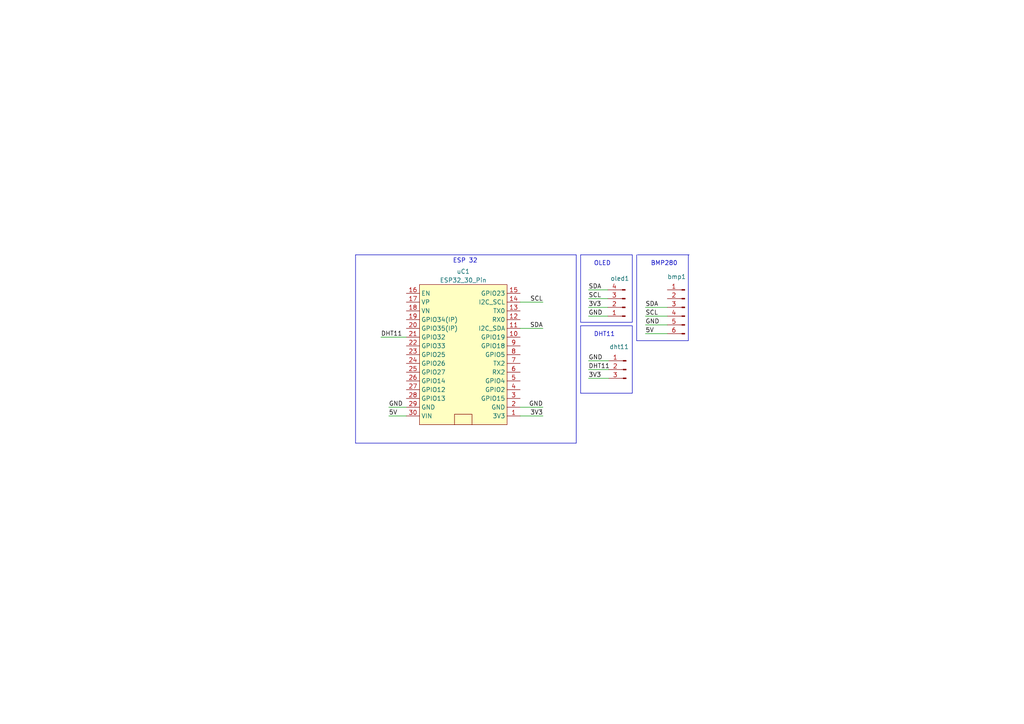
<source format=kicad_sch>
(kicad_sch (version 20230121) (generator eeschema)
  (paper "A4")
  (lib_symbols
    (symbol "Connector:Conn_01x03_Pin" (pin_names (offset 1.016) hide)
      (property "Reference" "J" (at 0 5.08 0))
      (property "Value" "Conn_01x03_Pin" (at 0 -5.08 0))
      (symbol "Conn_01x03_Pin_1_1"
        (polyline (pts (xy 1.27 -2.54) (xy 0.8636 -2.54)) (stroke (width 0.1524)))
        (polyline (pts (xy 1.27 0) (xy 0.8636 0)) (stroke (width 0.1524)))
        (polyline (pts (xy 1.27 2.54) (xy 0.8636 2.54)) (stroke (width 0.1524)))
        (rectangle (start 0.8636 -2.413) (end 0 -2.667) (stroke (width 0.1524)) (fill (type outline)))
        (rectangle (start 0.8636 0.127) (end 0 -0.127) (stroke (width 0.1524)) (fill (type outline)))
        (rectangle (start 0.8636 2.667) (end 0 2.413) (stroke (width 0.1524)) (fill (type outline)))
        (pin passive line (at 5.08 2.54 180) (length 3.81) (name "Pin_1") (number "1"))
        (pin passive line (at 5.08 0 180) (length 3.81) (name "Pin_2") (number "2"))
        (pin passive line (at 5.08 -2.54 180) (length 3.81) (name "Pin_3") (number "3"))
      )
    )
    (symbol "Connector:Conn_01x04_Male" (pin_names (offset 1.016) hide)
      (property "Reference" "J" (at 0 5.08 0))
      (property "Value" "Conn_01x04_Male" (at 0 -7.62 0))
      (symbol "Conn_01x04_Male_1_1"
        (polyline (pts (xy 1.27 -5.08) (xy 0.8636 -5.08)) (stroke (width 0.1524)))
        (polyline (pts (xy 1.27 -2.54) (xy 0.8636 -2.54)) (stroke (width 0.1524)))
        (polyline (pts (xy 1.27 0) (xy 0.8636 0)) (stroke (width 0.1524)))
        (polyline (pts (xy 1.27 2.54) (xy 0.8636 2.54)) (stroke (width 0.1524)))
        (rectangle (start 0.8636 -4.953) (end 0 -5.207) (stroke (width 0.1524)) (fill (type outline)))
        (rectangle (start 0.8636 -2.413) (end 0 -2.667) (stroke (width 0.1524)) (fill (type outline)))
        (rectangle (start 0.8636 0.127) (end 0 -0.127) (stroke (width 0.1524)) (fill (type outline)))
        (rectangle (start 0.8636 2.667) (end 0 2.413) (stroke (width 0.1524)) (fill (type outline)))
        (pin passive line (at 5.08 2.54 180) (length 3.81) (name "Pin_1") (number "1"))
        (pin passive line (at 5.08 0 180) (length 3.81) (name "Pin_2") (number "2"))
        (pin passive line (at 5.08 -2.54 180) (length 3.81) (name "Pin_3") (number "3"))
        (pin passive line (at 5.08 -5.08 180) (length 3.81) (name "Pin_4") (number "4"))
      )
    )
    (symbol "Connector:Conn_01x06_Pin" (pin_names (offset 1.016) hide)
      (property "Reference" "J" (at 0 7.62 0))
      (property "Value" "Conn_01x06_Pin" (at 0 -10.16 0))
      (symbol "Conn_01x06_Pin_1_1"
        (polyline (pts (xy 1.27 -7.62) (xy 0.8636 -7.62)) (stroke (width 0.1524)))
        (polyline (pts (xy 1.27 -5.08) (xy 0.8636 -5.08)) (stroke (width 0.1524)))
        (polyline (pts (xy 1.27 -2.54) (xy 0.8636 -2.54)) (stroke (width 0.1524)))
        (polyline (pts (xy 1.27 0) (xy 0.8636 0)) (stroke (width 0.1524)))
        (polyline (pts (xy 1.27 2.54) (xy 0.8636 2.54)) (stroke (width 0.1524)))
        (polyline (pts (xy 1.27 5.08) (xy 0.8636 5.08)) (stroke (width 0.1524)))
        (rectangle (start 0.8636 -7.493) (end 0 -7.747) (stroke (width 0.1524)) (fill (type outline)))
        (rectangle (start 0.8636 -4.953) (end 0 -5.207) (stroke (width 0.1524)) (fill (type outline)))
        (rectangle (start 0.8636 -2.413) (end 0 -2.667) (stroke (width 0.1524)) (fill (type outline)))
        (rectangle (start 0.8636 0.127) (end 0 -0.127) (stroke (width 0.1524)) (fill (type outline)))
        (rectangle (start 0.8636 2.667) (end 0 2.413) (stroke (width 0.1524)) (fill (type outline)))
        (rectangle (start 0.8636 5.207) (end 0 4.953) (stroke (width 0.1524)) (fill (type outline)))
        (pin passive line (at 5.08 5.08 180) (length 3.81) (name "Pin_1") (number "1"))
        (pin passive line (at 5.08 2.54 180) (length 3.81) (name "Pin_2") (number "2"))
        (pin passive line (at 5.08 0 180) (length 3.81) (name "Pin_3") (number "3"))
        (pin passive line (at 5.08 -2.54 180) (length 3.81) (name "Pin_4") (number "4"))
        (pin passive line (at 5.08 -5.08 180) (length 3.81) (name "Pin_5") (number "5"))
        (pin passive line (at 5.08 -7.62 180) (length 3.81) (name "Pin_6") (number "6"))
      )
    )
    (symbol "mySymbols:ESP32_30_Pin"
      (property "Reference" "uC" (at -11.43 22.86 0))
      (property "Value" "ESP32_30_Pin" (at 0 -20.32 0))
      (symbol "ESP32_30_Pin_0_1"
        (rectangle (start -12.7 21.59) (end 12.7 -19.05) (fill (type background)))
        (rectangle (start -2.54 21.59) (end 2.54 18.542))
      )
      (symbol "ESP32_30_Pin_1_1"
        (pin power_in line (at -16.51 19.05 0) (length 3.81) (name "3V3") (number "1"))
        (pin bidirectional line (at -16.51 -3.81 0) (length 3.81) (name "GPIO19") (number "10"))
        (pin bidirectional line (at -16.51 -6.35 0) (length 3.81) (name "GPIO21") (number "11") (alternate "I2C SDA" bidirectional line))
        (pin bidirectional line (at -16.51 -8.89 0) (length 3.81) (name "RX0") (number "12"))
        (pin bidirectional line (at -16.51 -11.43 0) (length 3.81) (name "TX0") (number "13"))
        (pin bidirectional line (at -16.51 -13.97 0) (length 3.81) (name "GPIO22") (number "14") (alternate "I2C SCL" bidirectional line))
        (pin bidirectional line (at -16.51 -16.51 0) (length 3.81) (name "GPIO23") (number "15"))
        (pin bidirectional line (at 16.51 -16.51 180) (length 3.81) (name "EN") (number "16"))
        (pin input line (at 16.51 -13.97 180) (length 3.81) (name "VP") (number "17"))
        (pin input line (at 16.51 -11.43 180) (length 3.81) (name "VN") (number "18"))
        (pin input line (at 16.51 -8.89 180) (length 3.81) (name "GPIO34(IP)") (number "19"))
        (pin power_in line (at -16.51 16.51 0) (length 3.81) (name "GND") (number "2"))
        (pin input line (at 16.51 -6.35 180) (length 3.81) (name "GPIO35(IP)") (number "20"))
        (pin bidirectional line (at 16.51 -3.81 180) (length 3.81) (name "GPIO32") (number "21"))
        (pin bidirectional line (at 16.51 -1.27 180) (length 3.81) (name "GPIO33") (number "22"))
        (pin bidirectional line (at 16.51 1.27 180) (length 3.81) (name "GPIO25") (number "23"))
        (pin bidirectional line (at 16.51 3.81 180) (length 3.81) (name "GPIO26") (number "24"))
        (pin bidirectional line (at 16.51 6.35 180) (length 3.81) (name "GPIO27") (number "25"))
        (pin bidirectional line (at 16.51 8.89 180) (length 3.81) (name "GPIO14") (number "26"))
        (pin bidirectional line (at 16.51 11.43 180) (length 3.81) (name "GPIO12") (number "27"))
        (pin bidirectional line (at 16.51 13.97 180) (length 3.81) (name "GPIO13") (number "28"))
        (pin power_in line (at 16.51 16.51 180) (length 3.81) (name "GND") (number "29"))
        (pin bidirectional line (at -16.51 13.97 0) (length 3.81) (name "GPIO15") (number "3"))
        (pin power_in line (at 16.51 19.05 180) (length 3.81) (name "VIN") (number "30"))
        (pin bidirectional line (at -16.51 11.43 0) (length 3.81) (name "GPIO2") (number "4"))
        (pin bidirectional line (at -16.51 8.89 0) (length 3.81) (name "GPIO4") (number "5"))
        (pin bidirectional line (at -16.51 6.35 0) (length 3.81) (name "RX2") (number "6"))
        (pin bidirectional line (at -16.51 3.81 0) (length 3.81) (name "TX2") (number "7"))
        (pin bidirectional line (at -16.51 1.27 0) (length 3.81) (name "GPIO5") (number "8"))
        (pin bidirectional line (at -16.51 -1.27 0) (length 3.81) (name "GPIO18") (number "9"))
      )
    )
  )
  (wire (pts (xy 187.198 91.694) (xy 193.548 91.694)))
  (polyline (pts (xy 167.132 128.524) (xy 167.132 73.914)))
  (wire (pts (xy 187.198 96.774) (xy 193.548 96.774)))
  (wire (pts (xy 187.198 89.154) (xy 193.548 89.154)))
  (wire (pts (xy 112.776 120.65) (xy 117.856 120.65)))
  (polyline (pts (xy 183.388 114.046) (xy 183.388 94.488)))
  (wire (pts (xy 170.688 89.154) (xy 176.276 89.154)))
  (polyline (pts (xy 199.644 98.806) (xy 199.644 73.914)))
  (wire (pts (xy 170.688 86.614) (xy 176.276 86.614)))
  (polyline (pts (xy 168.402 93.472) (xy 183.388 93.472)))
  (wire (pts (xy 150.876 120.65) (xy 157.48 120.65)))
  (polyline (pts (xy 103.124 73.914) (xy 167.132 73.914)))
  (wire (pts (xy 170.688 104.648) (xy 176.53 104.648)))
  (wire (pts (xy 112.776 118.11) (xy 117.856 118.11)))
  (polyline (pts (xy 183.388 93.472) (xy 183.388 73.914)))
  (wire (pts (xy 150.876 87.63) (xy 157.48 87.63)))
  (wire (pts (xy 187.198 94.234) (xy 193.548 94.234)))
  (wire (pts (xy 170.688 91.694) (xy 176.276 91.694)))
  (polyline (pts (xy 168.402 114.046) (xy 183.388 114.046)))
  (polyline (pts (xy 103.124 73.914) (xy 103.124 128.524)))
  (polyline (pts (xy 103.124 128.524) (xy 167.132 128.524)))
  (wire (pts (xy 170.688 109.728) (xy 176.53 109.728)))
  (polyline (pts (xy 168.402 73.914) (xy 183.388 73.914)))
  (polyline (pts (xy 184.912 73.914) (xy 199.898 73.914)))
  (polyline (pts (xy 168.402 94.488) (xy 183.388 94.488)))
  (wire (pts (xy 150.876 118.11) (xy 157.48 118.11)))
  (polyline (pts (xy 168.402 73.914) (xy 168.402 93.472)))
  (wire (pts (xy 150.876 95.25) (xy 157.48 95.25)))
  (wire (pts (xy 170.688 107.188) (xy 176.53 107.188)))
  (wire (pts (xy 170.688 84.074) (xy 176.276 84.074)))
  (polyline (pts (xy 184.658 73.914) (xy 184.658 98.806)))
  (wire (pts (xy 110.49 97.79) (xy 117.856 97.79)))
  (polyline (pts (xy 168.402 94.488) (xy 168.402 114.046)))
  (polyline (pts (xy 184.658 98.806) (xy 199.644 98.806)))
  (text "DHT11" (at 172.212 97.79 0) (effects (font (size 1.27 1.27)) (justify left bottom)))
  (text "ESP 32" (at 131.318 76.454 0) (effects (font (size 1.27 1.27)) (justify left bottom)))
  (text "BMP280\n" (at 188.722 77.216 0) (effects (font (size 1.27 1.27)) (justify left bottom)))
  (text "OLED" (at 172.212 77.216 0) (effects (font (size 1.27 1.27)) (justify left bottom)))
  (label "3V3" (at 170.688 109.728 0))
  (label "GND" (at 170.688 104.648 0))
  (label "5V" (at 187.198 96.774 0))
  (label "GND" (at 112.776 118.11 0))
  (label "DHT11" (at 110.49 97.79 0))
  (label "GND" (at 170.688 91.694 0))
  (label "SCL" (at 157.48 87.63 180))
  (label "GND" (at 187.198 94.234 0))
  (label "SCL" (at 187.198 91.694 0))
  (label "SDA" (at 187.198 89.154 0))
  (label "SDA" (at 157.48 95.25 180))
  (label "3V3" (at 157.48 120.65 180))
  (label "DHT11" (at 170.688 107.188 0))
  (label "3V3" (at 170.688 89.154 0))
  (label "GND" (at 157.48 118.11 180))
  (label "SCL" (at 170.688 86.614 0))
  (label "5V" (at 112.776 120.65 0))
  (label "SDA" (at 170.688 84.074 0))
  (symbol (lib_id "mySymbols:ESP32_30_Pin") (at 134.366 101.6 180) (unit 1)
    (property "Reference" "uC1" (at 134.366 78.74 0))
    (property "Value" "ESP32_30_Pin" (at 134.366 81.28 0))
    (property "Footprint" "myComponents:ESP32_30_Pin" (effects hide))
    (pin "11" (alternate "I2C SDA"))
    (pin "14" (alternate "I2C SCL"))
  )
  (symbol (lib_id "Connector:Conn_01x04_Male") (at 181.356 89.154 180) (unit 1)
    (property "Reference" "oled1" (at 177.038 80.772 0) (effects (justify right)))
    (property "Value" "Conn_01x04_Male" (effects hide))
    (property "Footprint" "Connector_PinSocket_2.54mm:PinSocket_1x04_P2.54mm_Horizontal" (effects hide))
  )
  (symbol (lib_id "Connector:Conn_01x03_Pin") (at 181.61 107.188 0) (mirror y) (unit 1)
    (property "Reference" "dht11" (at 179.578 100.584 0))
    (property "Value" "Conn_01x03_Pin" (effects hide))
    (property "Footprint" "Connector_PinSocket_2.54mm:PinSocket_1x03_P2.54mm_Horizontal" (effects hide))
  )
  (symbol (lib_id "Connector:Conn_01x06_Pin") (at 198.628 89.154 0) (mirror y) (unit 1)
    (property "Reference" "bmp1" (at 193.548 80.264 0) (effects (justify right)))
    (property "Value" "Conn_01x06_Pin" (effects hide))
    (property "Footprint" "Connector_PinSocket_2.54mm:PinSocket_1x06_P2.54mm_Horizontal" (effects hide))
  )
)
</source>
